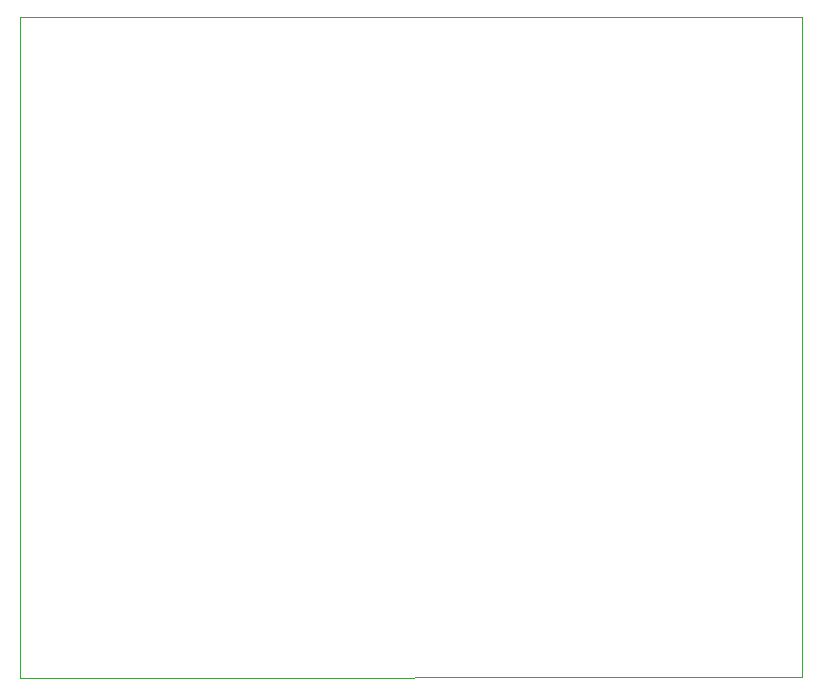
<source format=gm1>
G04 #@! TF.GenerationSoftware,KiCad,Pcbnew,(5.1.12)-1*
G04 #@! TF.CreationDate,2022-04-21T18:06:29-03:00*
G04 #@! TF.ProjectId,micro3D,6d696372-6f33-4442-9e6b-696361645f70,rev?*
G04 #@! TF.SameCoordinates,Original*
G04 #@! TF.FileFunction,Profile,NP*
%FSLAX46Y46*%
G04 Gerber Fmt 4.6, Leading zero omitted, Abs format (unit mm)*
G04 Created by KiCad (PCBNEW (5.1.12)-1) date 2022-04-21 18:06:29*
%MOMM*%
%LPD*%
G01*
G04 APERTURE LIST*
G04 #@! TA.AperFunction,Profile*
%ADD10C,0.050000*%
G04 #@! TD*
G04 APERTURE END LIST*
D10*
X161000000Y-77400000D02*
X94800000Y-77400000D01*
X161000000Y-133300000D02*
X161000000Y-77400000D01*
X94800000Y-133400000D02*
X161000000Y-133300000D01*
X94800000Y-77400000D02*
X94800000Y-133400000D01*
M02*

</source>
